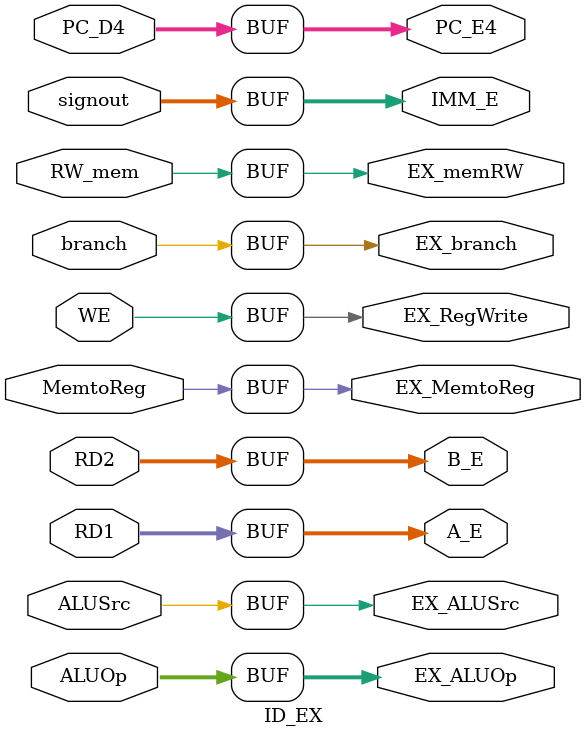
<source format=v>
module ID_EX(PC_D4, RD1, RD2, signout, ALUSrc, ALUOp, branch, RW_mem, MemtoReg, WE,  
PC_E4, A_E, B_E, IMM_E, EX_ALUSrc, EX_ALUOp, EX_branch, EX_memRW, EX_MemtoReg, EX_RegWrite);

    input [31:0] PC_D4;
    input [31:0] RD1;
    input [31:0] RD2;
    input [31:0] signout;
    input ALUSrc;
    input [1:0] ALUOp;
    input branch;
    input RW_mem;
    input MemtoReg;
    input WE;

    output reg [31:0] PC_E4;
    output reg [31:0] A_E;
    output reg [31:0] B_E;
    output reg [31:0] IMM_E;
    output reg EX_ALUSrc;
    output reg [1:0] EX_ALUOp;
    output reg EX_branch;
    output reg EX_memRW;
    output reg EX_MemtoReg;
    output reg EX_RegWrite;
    



    always @(*) begin
        PC_E4 <= PC_D4;
        A_E <= RD1;
        B_E <= RD2;
        IMM_E <= signout;
        EX_ALUSrc <= ALUSrc;
        EX_ALUOp <= ALUOp;
        EX_branch <= branch;
        EX_memRW <= RW_mem;
        EX_MemtoReg <= MemtoReg;
        EX_RegWrite <= WE;
    end


endmodule
</source>
